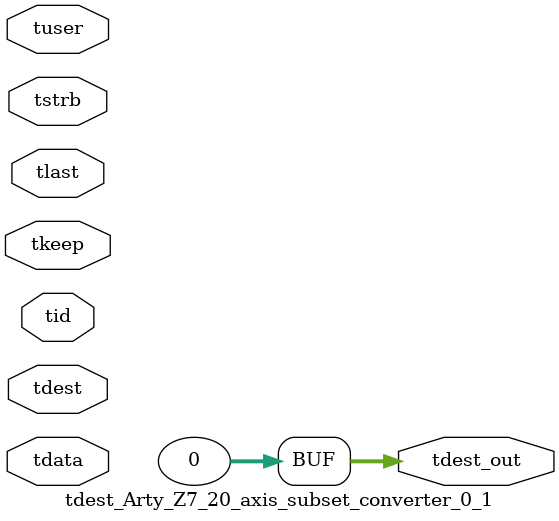
<source format=v>


`timescale 1ps/1ps

module tdest_Arty_Z7_20_axis_subset_converter_0_1 #
(
parameter C_S_AXIS_TDATA_WIDTH = 32,
parameter C_S_AXIS_TUSER_WIDTH = 0,
parameter C_S_AXIS_TID_WIDTH   = 0,
parameter C_S_AXIS_TDEST_WIDTH = 0,
parameter C_M_AXIS_TDEST_WIDTH = 32
)
(
input  [(C_S_AXIS_TDATA_WIDTH == 0 ? 1 : C_S_AXIS_TDATA_WIDTH)-1:0     ] tdata,
input  [(C_S_AXIS_TUSER_WIDTH == 0 ? 1 : C_S_AXIS_TUSER_WIDTH)-1:0     ] tuser,
input  [(C_S_AXIS_TID_WIDTH   == 0 ? 1 : C_S_AXIS_TID_WIDTH)-1:0       ] tid,
input  [(C_S_AXIS_TDEST_WIDTH == 0 ? 1 : C_S_AXIS_TDEST_WIDTH)-1:0     ] tdest,
input  [(C_S_AXIS_TDATA_WIDTH/8)-1:0 ] tkeep,
input  [(C_S_AXIS_TDATA_WIDTH/8)-1:0 ] tstrb,
input                                                                    tlast,
output [C_M_AXIS_TDEST_WIDTH-1:0] tdest_out
);

assign tdest_out = {1'b0};

endmodule


</source>
